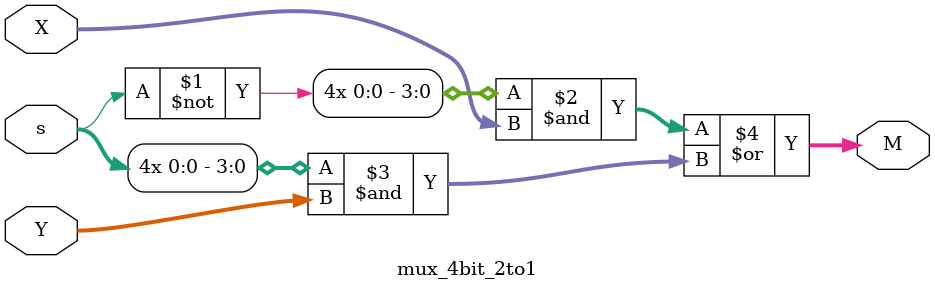
<source format=v>
module part2 (SW, HEX0, HEX1);
	input [3:0] SW;
	output [6:0] HEX0, HEX1;
	wire [3:0] x, A_out, mux_out, comp_out_4bit;
	wire [6:0] hex0_out, hex1_out;
	wire comp_out;
	
	assign x = SW;
	assign {HEX0, HEX1} = {hex0_out, hex1_out};
	assign comp_out_4bit = {{3{1'b0}}, comp_out};
	
	comparator c0 (x, comp_out);
	circuitA cA0 (x, A_out);
	mux_4bit_2to1 mux0 (comp_out, x, A_out, mux_out);
	displayBSD d0 (mux_out, hex0_out);
	displayBSD d1 (comp_out_4bit, hex1_out);
endmodule

module comparator (x, Greater);
	input [3:0] x;
	output Greater;
	
	assign Greater = x[3] & (x[2] | x[1]);
endmodule

module circuitA (x, A);
	input [3:0] x;
	output [3:0] A;
	
	assign A[3] = ~x[3];
	assign A[2] = x[2] & x[1];
	assign A[1] = ~x[1];
	assign A[0] = x[0];
endmodule

module mux_4bit_2to1 (s, X, Y, M);
	input s;
	input [3:0] X, Y;
	output [3:0] M;
	
	assign M = ({4{~s}} & X) | ({4{s}} & Y);
endmodule
</source>
